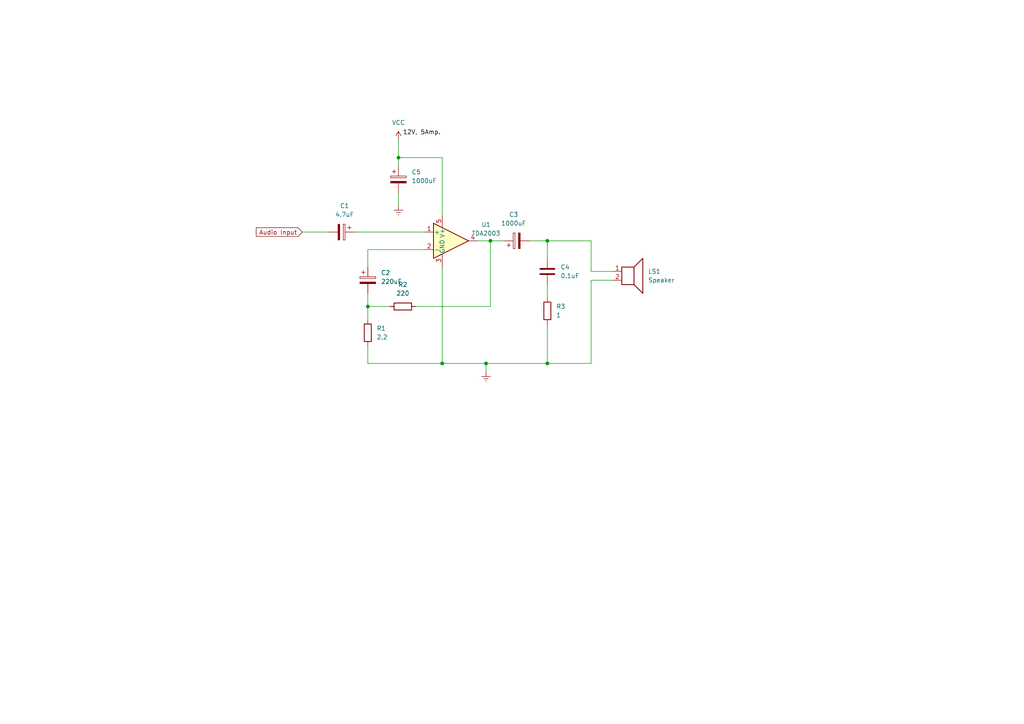
<source format=kicad_sch>
(kicad_sch (version 20211123) (generator eeschema)

  (uuid a1545928-1195-40b9-b3c4-78f837012afb)

  (paper "A4")

  (lib_symbols
    (symbol "Amplifier_Audio:TDA2003" (pin_names (offset 0.127)) (in_bom yes) (on_board yes)
      (property "Reference" "U" (id 0) (at 3.81 6.35 0)
        (effects (font (size 1.27 1.27)))
      )
      (property "Value" "TDA2003" (id 1) (at 3.81 3.81 0)
        (effects (font (size 1.27 1.27)))
      )
      (property "Footprint" "Package_TO_SOT_THT:TO-220-5_P3.4x3.7mm_StaggerOdd_Lead3.8mm_Vertical" (id 2) (at 0 0 0)
        (effects (font (size 1.27 1.27) italic) hide)
      )
      (property "Datasheet" "http://www.st.com/resource/en/datasheet/cd00000123.pdf" (id 3) (at 0 0 0)
        (effects (font (size 1.27 1.27)) hide)
      )
      (property "ki_keywords" "audio amplifier" (id 4) (at 0 0 0)
        (effects (font (size 1.27 1.27)) hide)
      )
      (property "ki_description" "10W Car Radio Audio Amplifier, TO-220-5" (id 5) (at 0 0 0)
        (effects (font (size 1.27 1.27)) hide)
      )
      (property "ki_fp_filters" "TO*220*StaggerOdd*" (id 6) (at 0 0 0)
        (effects (font (size 1.27 1.27)) hide)
      )
      (symbol "TDA2003_0_1"
        (polyline
          (pts
            (xy -5.08 5.08)
            (xy 5.08 0)
            (xy -5.08 -5.08)
            (xy -5.08 5.08)
          )
          (stroke (width 0.254) (type default) (color 0 0 0 0))
          (fill (type background))
        )
      )
      (symbol "TDA2003_1_1"
        (pin input line (at -7.62 2.54 0) (length 2.54)
          (name "+" (effects (font (size 1.27 1.27))))
          (number "1" (effects (font (size 1.27 1.27))))
        )
        (pin input line (at -7.62 -2.54 0) (length 2.54)
          (name "-" (effects (font (size 1.27 1.27))))
          (number "2" (effects (font (size 1.27 1.27))))
        )
        (pin power_in line (at -2.54 -7.62 90) (length 3.81)
          (name "GND" (effects (font (size 1.27 1.27))))
          (number "3" (effects (font (size 1.27 1.27))))
        )
        (pin output line (at 7.62 0 180) (length 2.54)
          (name "~" (effects (font (size 1.27 1.27))))
          (number "4" (effects (font (size 1.27 1.27))))
        )
        (pin power_in line (at -2.54 7.62 270) (length 3.81)
          (name "V+" (effects (font (size 1.27 1.27))))
          (number "5" (effects (font (size 1.27 1.27))))
        )
      )
    )
    (symbol "Device:C" (pin_numbers hide) (pin_names (offset 0.254)) (in_bom yes) (on_board yes)
      (property "Reference" "C" (id 0) (at 0.635 2.54 0)
        (effects (font (size 1.27 1.27)) (justify left))
      )
      (property "Value" "C" (id 1) (at 0.635 -2.54 0)
        (effects (font (size 1.27 1.27)) (justify left))
      )
      (property "Footprint" "" (id 2) (at 0.9652 -3.81 0)
        (effects (font (size 1.27 1.27)) hide)
      )
      (property "Datasheet" "~" (id 3) (at 0 0 0)
        (effects (font (size 1.27 1.27)) hide)
      )
      (property "ki_keywords" "cap capacitor" (id 4) (at 0 0 0)
        (effects (font (size 1.27 1.27)) hide)
      )
      (property "ki_description" "Unpolarized capacitor" (id 5) (at 0 0 0)
        (effects (font (size 1.27 1.27)) hide)
      )
      (property "ki_fp_filters" "C_*" (id 6) (at 0 0 0)
        (effects (font (size 1.27 1.27)) hide)
      )
      (symbol "C_0_1"
        (polyline
          (pts
            (xy -2.032 -0.762)
            (xy 2.032 -0.762)
          )
          (stroke (width 0.508) (type default) (color 0 0 0 0))
          (fill (type none))
        )
        (polyline
          (pts
            (xy -2.032 0.762)
            (xy 2.032 0.762)
          )
          (stroke (width 0.508) (type default) (color 0 0 0 0))
          (fill (type none))
        )
      )
      (symbol "C_1_1"
        (pin passive line (at 0 3.81 270) (length 2.794)
          (name "~" (effects (font (size 1.27 1.27))))
          (number "1" (effects (font (size 1.27 1.27))))
        )
        (pin passive line (at 0 -3.81 90) (length 2.794)
          (name "~" (effects (font (size 1.27 1.27))))
          (number "2" (effects (font (size 1.27 1.27))))
        )
      )
    )
    (symbol "Device:C_Polarized" (pin_numbers hide) (pin_names (offset 0.254)) (in_bom yes) (on_board yes)
      (property "Reference" "C" (id 0) (at 0.635 2.54 0)
        (effects (font (size 1.27 1.27)) (justify left))
      )
      (property "Value" "C_Polarized" (id 1) (at 0.635 -2.54 0)
        (effects (font (size 1.27 1.27)) (justify left))
      )
      (property "Footprint" "" (id 2) (at 0.9652 -3.81 0)
        (effects (font (size 1.27 1.27)) hide)
      )
      (property "Datasheet" "~" (id 3) (at 0 0 0)
        (effects (font (size 1.27 1.27)) hide)
      )
      (property "ki_keywords" "cap capacitor" (id 4) (at 0 0 0)
        (effects (font (size 1.27 1.27)) hide)
      )
      (property "ki_description" "Polarized capacitor" (id 5) (at 0 0 0)
        (effects (font (size 1.27 1.27)) hide)
      )
      (property "ki_fp_filters" "CP_*" (id 6) (at 0 0 0)
        (effects (font (size 1.27 1.27)) hide)
      )
      (symbol "C_Polarized_0_1"
        (rectangle (start -2.286 0.508) (end 2.286 1.016)
          (stroke (width 0) (type default) (color 0 0 0 0))
          (fill (type none))
        )
        (polyline
          (pts
            (xy -1.778 2.286)
            (xy -0.762 2.286)
          )
          (stroke (width 0) (type default) (color 0 0 0 0))
          (fill (type none))
        )
        (polyline
          (pts
            (xy -1.27 2.794)
            (xy -1.27 1.778)
          )
          (stroke (width 0) (type default) (color 0 0 0 0))
          (fill (type none))
        )
        (rectangle (start 2.286 -0.508) (end -2.286 -1.016)
          (stroke (width 0) (type default) (color 0 0 0 0))
          (fill (type outline))
        )
      )
      (symbol "C_Polarized_1_1"
        (pin passive line (at 0 3.81 270) (length 2.794)
          (name "~" (effects (font (size 1.27 1.27))))
          (number "1" (effects (font (size 1.27 1.27))))
        )
        (pin passive line (at 0 -3.81 90) (length 2.794)
          (name "~" (effects (font (size 1.27 1.27))))
          (number "2" (effects (font (size 1.27 1.27))))
        )
      )
    )
    (symbol "Device:R" (pin_numbers hide) (pin_names (offset 0)) (in_bom yes) (on_board yes)
      (property "Reference" "R" (id 0) (at 2.032 0 90)
        (effects (font (size 1.27 1.27)))
      )
      (property "Value" "R" (id 1) (at 0 0 90)
        (effects (font (size 1.27 1.27)))
      )
      (property "Footprint" "" (id 2) (at -1.778 0 90)
        (effects (font (size 1.27 1.27)) hide)
      )
      (property "Datasheet" "~" (id 3) (at 0 0 0)
        (effects (font (size 1.27 1.27)) hide)
      )
      (property "ki_keywords" "R res resistor" (id 4) (at 0 0 0)
        (effects (font (size 1.27 1.27)) hide)
      )
      (property "ki_description" "Resistor" (id 5) (at 0 0 0)
        (effects (font (size 1.27 1.27)) hide)
      )
      (property "ki_fp_filters" "R_*" (id 6) (at 0 0 0)
        (effects (font (size 1.27 1.27)) hide)
      )
      (symbol "R_0_1"
        (rectangle (start -1.016 -2.54) (end 1.016 2.54)
          (stroke (width 0.254) (type default) (color 0 0 0 0))
          (fill (type none))
        )
      )
      (symbol "R_1_1"
        (pin passive line (at 0 3.81 270) (length 1.27)
          (name "~" (effects (font (size 1.27 1.27))))
          (number "1" (effects (font (size 1.27 1.27))))
        )
        (pin passive line (at 0 -3.81 90) (length 1.27)
          (name "~" (effects (font (size 1.27 1.27))))
          (number "2" (effects (font (size 1.27 1.27))))
        )
      )
    )
    (symbol "Device:Speaker" (pin_names (offset 0) hide) (in_bom yes) (on_board yes)
      (property "Reference" "LS" (id 0) (at 1.27 5.715 0)
        (effects (font (size 1.27 1.27)) (justify right))
      )
      (property "Value" "Speaker" (id 1) (at 1.27 3.81 0)
        (effects (font (size 1.27 1.27)) (justify right))
      )
      (property "Footprint" "" (id 2) (at 0 -5.08 0)
        (effects (font (size 1.27 1.27)) hide)
      )
      (property "Datasheet" "~" (id 3) (at -0.254 -1.27 0)
        (effects (font (size 1.27 1.27)) hide)
      )
      (property "ki_keywords" "speaker sound" (id 4) (at 0 0 0)
        (effects (font (size 1.27 1.27)) hide)
      )
      (property "ki_description" "Speaker" (id 5) (at 0 0 0)
        (effects (font (size 1.27 1.27)) hide)
      )
      (symbol "Speaker_0_0"
        (rectangle (start -2.54 1.27) (end 1.016 -3.81)
          (stroke (width 0.254) (type default) (color 0 0 0 0))
          (fill (type none))
        )
        (polyline
          (pts
            (xy 1.016 1.27)
            (xy 3.556 3.81)
            (xy 3.556 -6.35)
            (xy 1.016 -3.81)
          )
          (stroke (width 0.254) (type default) (color 0 0 0 0))
          (fill (type none))
        )
      )
      (symbol "Speaker_1_1"
        (pin input line (at -5.08 0 0) (length 2.54)
          (name "1" (effects (font (size 1.27 1.27))))
          (number "1" (effects (font (size 1.27 1.27))))
        )
        (pin input line (at -5.08 -2.54 0) (length 2.54)
          (name "2" (effects (font (size 1.27 1.27))))
          (number "2" (effects (font (size 1.27 1.27))))
        )
      )
    )
    (symbol "power:Earth" (power) (pin_names (offset 0)) (in_bom yes) (on_board yes)
      (property "Reference" "#PWR" (id 0) (at 0 -6.35 0)
        (effects (font (size 1.27 1.27)) hide)
      )
      (property "Value" "Earth" (id 1) (at 0 -3.81 0)
        (effects (font (size 1.27 1.27)) hide)
      )
      (property "Footprint" "" (id 2) (at 0 0 0)
        (effects (font (size 1.27 1.27)) hide)
      )
      (property "Datasheet" "~" (id 3) (at 0 0 0)
        (effects (font (size 1.27 1.27)) hide)
      )
      (property "ki_keywords" "power-flag ground gnd" (id 4) (at 0 0 0)
        (effects (font (size 1.27 1.27)) hide)
      )
      (property "ki_description" "Power symbol creates a global label with name \"Earth\"" (id 5) (at 0 0 0)
        (effects (font (size 1.27 1.27)) hide)
      )
      (symbol "Earth_0_1"
        (polyline
          (pts
            (xy -0.635 -1.905)
            (xy 0.635 -1.905)
          )
          (stroke (width 0) (type default) (color 0 0 0 0))
          (fill (type none))
        )
        (polyline
          (pts
            (xy -0.127 -2.54)
            (xy 0.127 -2.54)
          )
          (stroke (width 0) (type default) (color 0 0 0 0))
          (fill (type none))
        )
        (polyline
          (pts
            (xy 0 -1.27)
            (xy 0 0)
          )
          (stroke (width 0) (type default) (color 0 0 0 0))
          (fill (type none))
        )
        (polyline
          (pts
            (xy 1.27 -1.27)
            (xy -1.27 -1.27)
          )
          (stroke (width 0) (type default) (color 0 0 0 0))
          (fill (type none))
        )
      )
      (symbol "Earth_1_1"
        (pin power_in line (at 0 0 270) (length 0) hide
          (name "Earth" (effects (font (size 1.27 1.27))))
          (number "1" (effects (font (size 1.27 1.27))))
        )
      )
    )
    (symbol "power:VCC" (power) (pin_names (offset 0)) (in_bom yes) (on_board yes)
      (property "Reference" "#PWR" (id 0) (at 0 -3.81 0)
        (effects (font (size 1.27 1.27)) hide)
      )
      (property "Value" "VCC" (id 1) (at 0 3.81 0)
        (effects (font (size 1.27 1.27)))
      )
      (property "Footprint" "" (id 2) (at 0 0 0)
        (effects (font (size 1.27 1.27)) hide)
      )
      (property "Datasheet" "" (id 3) (at 0 0 0)
        (effects (font (size 1.27 1.27)) hide)
      )
      (property "ki_keywords" "power-flag" (id 4) (at 0 0 0)
        (effects (font (size 1.27 1.27)) hide)
      )
      (property "ki_description" "Power symbol creates a global label with name \"VCC\"" (id 5) (at 0 0 0)
        (effects (font (size 1.27 1.27)) hide)
      )
      (symbol "VCC_0_1"
        (polyline
          (pts
            (xy -0.762 1.27)
            (xy 0 2.54)
          )
          (stroke (width 0) (type default) (color 0 0 0 0))
          (fill (type none))
        )
        (polyline
          (pts
            (xy 0 0)
            (xy 0 2.54)
          )
          (stroke (width 0) (type default) (color 0 0 0 0))
          (fill (type none))
        )
        (polyline
          (pts
            (xy 0 2.54)
            (xy 0.762 1.27)
          )
          (stroke (width 0) (type default) (color 0 0 0 0))
          (fill (type none))
        )
      )
      (symbol "VCC_1_1"
        (pin power_in line (at 0 0 90) (length 0) hide
          (name "VCC" (effects (font (size 1.27 1.27))))
          (number "1" (effects (font (size 1.27 1.27))))
        )
      )
    )
  )


  (junction (at 158.75 105.41) (diameter 0) (color 0 0 0 0)
    (uuid 01ccc412-83ac-4f51-aa4c-3b661b9cc31f)
  )
  (junction (at 142.24 69.85) (diameter 0) (color 0 0 0 0)
    (uuid 0b8b8c51-21dd-4853-8c68-de1960de507d)
  )
  (junction (at 115.57 45.72) (diameter 0) (color 0 0 0 0)
    (uuid 43fe242d-ebfa-4353-847a-85fb2cd428f2)
  )
  (junction (at 128.27 105.41) (diameter 0) (color 0 0 0 0)
    (uuid 52e51a16-2640-45bc-b7c6-0e5759b26af8)
  )
  (junction (at 158.75 69.85) (diameter 0) (color 0 0 0 0)
    (uuid 748f539d-1843-4218-b8de-24f3f1e69a24)
  )
  (junction (at 140.97 105.41) (diameter 0) (color 0 0 0 0)
    (uuid 8230a36d-3b86-4823-b744-ab6eac9265d5)
  )
  (junction (at 106.68 88.9) (diameter 0) (color 0 0 0 0)
    (uuid b1e399ac-6c8f-434a-ae6c-3765997a7271)
  )

  (wire (pts (xy 158.75 82.55) (xy 158.75 86.36))
    (stroke (width 0) (type default) (color 0 0 0 0))
    (uuid 0d01b70c-fde9-4a82-857f-6d5e6060f36e)
  )
  (wire (pts (xy 140.97 105.41) (xy 140.97 107.95))
    (stroke (width 0) (type default) (color 0 0 0 0))
    (uuid 0d6795bb-cf37-48e4-95dd-5c943c25b312)
  )
  (wire (pts (xy 115.57 45.72) (xy 115.57 48.26))
    (stroke (width 0) (type default) (color 0 0 0 0))
    (uuid 131c8911-8fe2-4ac5-9421-2ae7f17c0425)
  )
  (wire (pts (xy 171.45 81.28) (xy 177.8 81.28))
    (stroke (width 0) (type default) (color 0 0 0 0))
    (uuid 1628c527-fdf5-4c75-b894-c59567109402)
  )
  (wire (pts (xy 115.57 40.64) (xy 115.57 45.72))
    (stroke (width 0) (type default) (color 0 0 0 0))
    (uuid 1964eda2-5e2b-475f-848b-d1a5cc320582)
  )
  (wire (pts (xy 158.75 69.85) (xy 158.75 74.93))
    (stroke (width 0) (type default) (color 0 0 0 0))
    (uuid 1b5166d6-df68-4ae5-bc73-023aa76f3e38)
  )
  (wire (pts (xy 106.68 88.9) (xy 113.03 88.9))
    (stroke (width 0) (type default) (color 0 0 0 0))
    (uuid 2790ede1-9f26-4949-a285-1fc17359acdc)
  )
  (wire (pts (xy 158.75 105.41) (xy 158.75 93.98))
    (stroke (width 0) (type default) (color 0 0 0 0))
    (uuid 27ba8fec-3fb1-4520-94c3-98ff251a7dee)
  )
  (wire (pts (xy 106.68 77.47) (xy 106.68 72.39))
    (stroke (width 0) (type default) (color 0 0 0 0))
    (uuid 42c9da00-5c3a-48e1-a5d1-d0077386814a)
  )
  (wire (pts (xy 102.87 67.31) (xy 123.19 67.31))
    (stroke (width 0) (type default) (color 0 0 0 0))
    (uuid 4ac15387-ff50-4006-aa82-d0bd4b5254b7)
  )
  (wire (pts (xy 128.27 77.47) (xy 128.27 105.41))
    (stroke (width 0) (type default) (color 0 0 0 0))
    (uuid 4e466a6b-be0c-437e-8d16-dc79b6b21d0c)
  )
  (wire (pts (xy 142.24 69.85) (xy 146.05 69.85))
    (stroke (width 0) (type default) (color 0 0 0 0))
    (uuid 58468a70-ca49-4d67-ad70-7626190aa88e)
  )
  (wire (pts (xy 171.45 78.74) (xy 177.8 78.74))
    (stroke (width 0) (type default) (color 0 0 0 0))
    (uuid 5e096ce0-8d74-4bbe-9252-1557fc3611a3)
  )
  (wire (pts (xy 128.27 45.72) (xy 128.27 62.23))
    (stroke (width 0) (type default) (color 0 0 0 0))
    (uuid 5e943cb8-ba57-4d23-b6c6-3bc096bf10a1)
  )
  (wire (pts (xy 142.24 88.9) (xy 142.24 69.85))
    (stroke (width 0) (type default) (color 0 0 0 0))
    (uuid 6c4eb9a4-7961-4d75-8225-4b62ca88ba3a)
  )
  (wire (pts (xy 106.68 85.09) (xy 106.68 88.9))
    (stroke (width 0) (type default) (color 0 0 0 0))
    (uuid 7946c915-a3d6-42c9-9227-0a87405a0f5a)
  )
  (wire (pts (xy 106.68 72.39) (xy 123.19 72.39))
    (stroke (width 0) (type default) (color 0 0 0 0))
    (uuid 81837c65-d719-4293-b793-1fc24d4c8c34)
  )
  (wire (pts (xy 138.43 69.85) (xy 142.24 69.85))
    (stroke (width 0) (type default) (color 0 0 0 0))
    (uuid 85999929-a620-46a4-9f13-3e8df80f24b7)
  )
  (wire (pts (xy 87.63 67.31) (xy 95.25 67.31))
    (stroke (width 0) (type default) (color 0 0 0 0))
    (uuid a567dc00-8b2a-4c79-87e3-9ce3dc2e620f)
  )
  (wire (pts (xy 171.45 81.28) (xy 171.45 105.41))
    (stroke (width 0) (type default) (color 0 0 0 0))
    (uuid ac583067-de37-4edc-b2d9-e8246e4bfe52)
  )
  (wire (pts (xy 158.75 69.85) (xy 171.45 69.85))
    (stroke (width 0) (type default) (color 0 0 0 0))
    (uuid b22d84f5-f588-4dda-beaa-44c80c6b58de)
  )
  (wire (pts (xy 171.45 69.85) (xy 171.45 78.74))
    (stroke (width 0) (type default) (color 0 0 0 0))
    (uuid c1dc9634-5422-4322-8b53-e8b657d687b3)
  )
  (wire (pts (xy 120.65 88.9) (xy 142.24 88.9))
    (stroke (width 0) (type default) (color 0 0 0 0))
    (uuid cbad6891-17b4-40ba-bc82-7945298dfd8c)
  )
  (wire (pts (xy 106.68 105.41) (xy 128.27 105.41))
    (stroke (width 0) (type default) (color 0 0 0 0))
    (uuid ce4c94c0-7f82-426b-888b-fb71fb20a4ab)
  )
  (wire (pts (xy 140.97 105.41) (xy 158.75 105.41))
    (stroke (width 0) (type default) (color 0 0 0 0))
    (uuid d09185d9-e420-422f-959a-653e51ca18d5)
  )
  (wire (pts (xy 158.75 105.41) (xy 171.45 105.41))
    (stroke (width 0) (type default) (color 0 0 0 0))
    (uuid d2df2a56-cd3b-43c4-b04c-9c985f91cb06)
  )
  (wire (pts (xy 106.68 88.9) (xy 106.68 92.71))
    (stroke (width 0) (type default) (color 0 0 0 0))
    (uuid daed10ee-582d-4c1d-81c9-a48b7d267fb2)
  )
  (wire (pts (xy 153.67 69.85) (xy 158.75 69.85))
    (stroke (width 0) (type default) (color 0 0 0 0))
    (uuid df2d8fd0-457f-4c36-b64f-0a76fa2a98db)
  )
  (wire (pts (xy 106.68 100.33) (xy 106.68 105.41))
    (stroke (width 0) (type default) (color 0 0 0 0))
    (uuid ea8f9b09-dfc8-453c-b600-f757ed3960c6)
  )
  (wire (pts (xy 115.57 55.88) (xy 115.57 59.69))
    (stroke (width 0) (type default) (color 0 0 0 0))
    (uuid f20cd2c7-b779-4121-bfec-03dbf980df78)
  )
  (wire (pts (xy 128.27 105.41) (xy 140.97 105.41))
    (stroke (width 0) (type default) (color 0 0 0 0))
    (uuid f5681b30-88ab-431b-81b2-e7e7df984fa1)
  )
  (wire (pts (xy 115.57 45.72) (xy 128.27 45.72))
    (stroke (width 0) (type default) (color 0 0 0 0))
    (uuid f73f81b1-4dd4-4f4f-ada1-428ca369647b)
  )

  (label "12V, 5Amp." (at 116.84 39.37 0)
    (effects (font (size 1.27 1.27)) (justify left bottom))
    (uuid 8851e0f6-60ea-42a2-8572-0f8b03e578e6)
  )

  (global_label "Audio Input" (shape input) (at 87.63 67.31 180) (fields_autoplaced)
    (effects (font (size 1.27 1.27)) (justify right))
    (uuid 073f8cc8-574e-4fcf-9aa9-d5882a18c539)
    (property "Intersheet References" "${INTERSHEET_REFS}" (id 0) (at 74.3312 67.2306 0)
      (effects (font (size 1.27 1.27)) (justify right) hide)
    )
  )

  (symbol (lib_id "Device:C_Polarized") (at 106.68 81.28 0) (unit 1)
    (in_bom yes) (on_board yes) (fields_autoplaced)
    (uuid 0f18c88d-d624-49f8-a15f-cf86e2781449)
    (property "Reference" "C2" (id 0) (at 110.49 79.1209 0)
      (effects (font (size 1.27 1.27)) (justify left))
    )
    (property "Value" "220uF" (id 1) (at 110.49 81.6609 0)
      (effects (font (size 1.27 1.27)) (justify left))
    )
    (property "Footprint" "" (id 2) (at 107.6452 85.09 0)
      (effects (font (size 1.27 1.27)) hide)
    )
    (property "Datasheet" "~" (id 3) (at 106.68 81.28 0)
      (effects (font (size 1.27 1.27)) hide)
    )
    (pin "1" (uuid 4bb7b591-18ce-46dc-9e22-5fdc38622021))
    (pin "2" (uuid e6475e3a-d516-4c45-94e4-d988fae01ab5))
  )

  (symbol (lib_id "power:Earth") (at 140.97 107.95 0) (unit 1)
    (in_bom yes) (on_board yes) (fields_autoplaced)
    (uuid 1f9e8796-03f3-415e-b7de-3e050e7c8a8d)
    (property "Reference" "#PWR0103" (id 0) (at 140.97 114.3 0)
      (effects (font (size 1.27 1.27)) hide)
    )
    (property "Value" "Earth" (id 1) (at 140.97 111.76 0)
      (effects (font (size 1.27 1.27)) hide)
    )
    (property "Footprint" "" (id 2) (at 140.97 107.95 0)
      (effects (font (size 1.27 1.27)) hide)
    )
    (property "Datasheet" "~" (id 3) (at 140.97 107.95 0)
      (effects (font (size 1.27 1.27)) hide)
    )
    (pin "1" (uuid 9e9f0497-7cc0-43d6-ba5b-ec566a3a5585))
  )

  (symbol (lib_id "Device:R") (at 106.68 96.52 0) (unit 1)
    (in_bom yes) (on_board yes) (fields_autoplaced)
    (uuid 21a31e43-5773-4141-a432-1481697af77f)
    (property "Reference" "R1" (id 0) (at 109.22 95.2499 0)
      (effects (font (size 1.27 1.27)) (justify left))
    )
    (property "Value" "2.2" (id 1) (at 109.22 97.7899 0)
      (effects (font (size 1.27 1.27)) (justify left))
    )
    (property "Footprint" "" (id 2) (at 104.902 96.52 90)
      (effects (font (size 1.27 1.27)) hide)
    )
    (property "Datasheet" "~" (id 3) (at 106.68 96.52 0)
      (effects (font (size 1.27 1.27)) hide)
    )
    (pin "1" (uuid 0bac5c09-7c49-4c48-8c69-2a456e66d2ca))
    (pin "2" (uuid c3cbc4ce-5d6b-494a-937b-c154cbeef8b7))
  )

  (symbol (lib_id "Device:C_Polarized") (at 149.86 69.85 90) (unit 1)
    (in_bom yes) (on_board yes) (fields_autoplaced)
    (uuid 2538557f-f0e8-40da-8920-56df2c91e49c)
    (property "Reference" "C3" (id 0) (at 148.971 62.23 90))
    (property "Value" "1000uF" (id 1) (at 148.971 64.77 90))
    (property "Footprint" "" (id 2) (at 153.67 68.8848 0)
      (effects (font (size 1.27 1.27)) hide)
    )
    (property "Datasheet" "~" (id 3) (at 149.86 69.85 0)
      (effects (font (size 1.27 1.27)) hide)
    )
    (pin "1" (uuid 481013dc-bc25-405b-bacc-288aa14b2440))
    (pin "2" (uuid 0644b55a-1cd5-4c60-a275-f61518e9372f))
  )

  (symbol (lib_id "Device:R") (at 116.84 88.9 90) (unit 1)
    (in_bom yes) (on_board yes) (fields_autoplaced)
    (uuid 27804baf-600b-4661-bcea-eec16bcb443e)
    (property "Reference" "R2" (id 0) (at 116.84 82.55 90))
    (property "Value" "220" (id 1) (at 116.84 85.09 90))
    (property "Footprint" "" (id 2) (at 116.84 90.678 90)
      (effects (font (size 1.27 1.27)) hide)
    )
    (property "Datasheet" "~" (id 3) (at 116.84 88.9 0)
      (effects (font (size 1.27 1.27)) hide)
    )
    (pin "1" (uuid 4a934fb6-4b58-45b7-9b38-5c9df2e68399))
    (pin "2" (uuid 81f12b14-d9f8-4a58-a7e0-5c072190d17f))
  )

  (symbol (lib_id "Device:Speaker") (at 182.88 78.74 0) (unit 1)
    (in_bom yes) (on_board yes) (fields_autoplaced)
    (uuid 2a0ad94c-ea41-4c4e-a039-c8c55939f80f)
    (property "Reference" "LS1" (id 0) (at 187.96 78.7399 0)
      (effects (font (size 1.27 1.27)) (justify left))
    )
    (property "Value" "Speaker" (id 1) (at 187.96 81.2799 0)
      (effects (font (size 1.27 1.27)) (justify left))
    )
    (property "Footprint" "" (id 2) (at 182.88 83.82 0)
      (effects (font (size 1.27 1.27)) hide)
    )
    (property "Datasheet" "~" (id 3) (at 182.626 80.01 0)
      (effects (font (size 1.27 1.27)) hide)
    )
    (pin "1" (uuid cc8065a2-6f18-4933-ac1b-69d166dc3a05))
    (pin "2" (uuid 11fb86f8-6db7-4910-8bab-08fd1eaab99c))
  )

  (symbol (lib_id "Device:C_Polarized") (at 115.57 52.07 0) (unit 1)
    (in_bom yes) (on_board yes) (fields_autoplaced)
    (uuid 33316660-7521-44fd-adc4-f35c2302c5c9)
    (property "Reference" "C5" (id 0) (at 119.38 49.9109 0)
      (effects (font (size 1.27 1.27)) (justify left))
    )
    (property "Value" "1000uF" (id 1) (at 119.38 52.4509 0)
      (effects (font (size 1.27 1.27)) (justify left))
    )
    (property "Footprint" "" (id 2) (at 116.5352 55.88 0)
      (effects (font (size 1.27 1.27)) hide)
    )
    (property "Datasheet" "~" (id 3) (at 115.57 52.07 0)
      (effects (font (size 1.27 1.27)) hide)
    )
    (pin "1" (uuid 30d02a7b-4068-41c4-9af0-f40acb1571ce))
    (pin "2" (uuid d974b572-ec4a-4033-ab1b-4c4071aec64d))
  )

  (symbol (lib_id "Device:R") (at 158.75 90.17 0) (unit 1)
    (in_bom yes) (on_board yes) (fields_autoplaced)
    (uuid 556d600c-4e30-4d5e-90b2-5cbe412c1703)
    (property "Reference" "R3" (id 0) (at 161.29 88.8999 0)
      (effects (font (size 1.27 1.27)) (justify left))
    )
    (property "Value" "1" (id 1) (at 161.29 91.4399 0)
      (effects (font (size 1.27 1.27)) (justify left))
    )
    (property "Footprint" "" (id 2) (at 156.972 90.17 90)
      (effects (font (size 1.27 1.27)) hide)
    )
    (property "Datasheet" "~" (id 3) (at 158.75 90.17 0)
      (effects (font (size 1.27 1.27)) hide)
    )
    (pin "1" (uuid 8d4a0cb0-18c1-4bff-9cf3-d303ad13c8ec))
    (pin "2" (uuid 2a7465ad-b452-4060-a1ba-8ecf44a2c27c))
  )

  (symbol (lib_id "power:VCC") (at 115.57 40.64 0) (unit 1)
    (in_bom yes) (on_board yes) (fields_autoplaced)
    (uuid 73af1dd6-da80-4911-b66d-f106c0c35939)
    (property "Reference" "#PWR0102" (id 0) (at 115.57 44.45 0)
      (effects (font (size 1.27 1.27)) hide)
    )
    (property "Value" "VCC" (id 1) (at 115.57 35.56 0))
    (property "Footprint" "" (id 2) (at 115.57 40.64 0)
      (effects (font (size 1.27 1.27)) hide)
    )
    (property "Datasheet" "" (id 3) (at 115.57 40.64 0)
      (effects (font (size 1.27 1.27)) hide)
    )
    (pin "1" (uuid 614941c2-9997-4459-a46a-65b1f47ad8c1))
  )

  (symbol (lib_id "Device:C_Polarized") (at 99.06 67.31 270) (unit 1)
    (in_bom yes) (on_board yes) (fields_autoplaced)
    (uuid 8b116a9c-78ae-4ba8-88e3-dea69f7f7679)
    (property "Reference" "C1" (id 0) (at 99.949 59.69 90))
    (property "Value" "4.7uF" (id 1) (at 99.949 62.23 90))
    (property "Footprint" "" (id 2) (at 95.25 68.2752 0)
      (effects (font (size 1.27 1.27)) hide)
    )
    (property "Datasheet" "~" (id 3) (at 99.06 67.31 0)
      (effects (font (size 1.27 1.27)) hide)
    )
    (pin "1" (uuid fcf828a8-6a68-4af1-86ca-2c764febac49))
    (pin "2" (uuid b7c3d180-6866-4276-b12d-163abd8f383f))
  )

  (symbol (lib_id "power:Earth") (at 115.57 59.69 0) (unit 1)
    (in_bom yes) (on_board yes) (fields_autoplaced)
    (uuid ef0d123b-548f-4cad-8b9b-4b0188638208)
    (property "Reference" "#PWR0101" (id 0) (at 115.57 66.04 0)
      (effects (font (size 1.27 1.27)) hide)
    )
    (property "Value" "Earth" (id 1) (at 115.57 63.5 0)
      (effects (font (size 1.27 1.27)) hide)
    )
    (property "Footprint" "" (id 2) (at 115.57 59.69 0)
      (effects (font (size 1.27 1.27)) hide)
    )
    (property "Datasheet" "~" (id 3) (at 115.57 59.69 0)
      (effects (font (size 1.27 1.27)) hide)
    )
    (pin "1" (uuid b7c24644-774e-4484-9b8c-74d88966d718))
  )

  (symbol (lib_id "Amplifier_Audio:TDA2003") (at 130.81 69.85 0) (unit 1)
    (in_bom yes) (on_board yes) (fields_autoplaced)
    (uuid f13f820d-4755-457a-8991-c3f574f18812)
    (property "Reference" "U1" (id 0) (at 140.97 65.151 0))
    (property "Value" "" (id 1) (at 140.97 67.691 0))
    (property "Footprint" "" (id 2) (at 130.81 69.85 0)
      (effects (font (size 1.27 1.27) italic) hide)
    )
    (property "Datasheet" "http://www.st.com/resource/en/datasheet/cd00000123.pdf" (id 3) (at 130.81 69.85 0)
      (effects (font (size 1.27 1.27)) hide)
    )
    (pin "1" (uuid 264dd9e4-b78e-4ffa-a984-843578879636))
    (pin "2" (uuid 24cd1f42-b647-4e9b-b653-0e0199312c5a))
    (pin "3" (uuid 44e82717-bcc3-4b7c-b3a9-8798c22c88d0))
    (pin "4" (uuid 5cc29f4c-048d-4236-94d4-82c6ee8e1268))
    (pin "5" (uuid 82aa73a4-1fa4-443c-94c3-f62da9681c31))
  )

  (symbol (lib_id "Device:C") (at 158.75 78.74 0) (unit 1)
    (in_bom yes) (on_board yes) (fields_autoplaced)
    (uuid f321e051-b899-48c9-9ea5-4be1306c8bfd)
    (property "Reference" "C4" (id 0) (at 162.56 77.4699 0)
      (effects (font (size 1.27 1.27)) (justify left))
    )
    (property "Value" "0.1uF" (id 1) (at 162.56 80.0099 0)
      (effects (font (size 1.27 1.27)) (justify left))
    )
    (property "Footprint" "" (id 2) (at 159.7152 82.55 0)
      (effects (font (size 1.27 1.27)) hide)
    )
    (property "Datasheet" "~" (id 3) (at 158.75 78.74 0)
      (effects (font (size 1.27 1.27)) hide)
    )
    (pin "1" (uuid fa541693-ed65-4e12-a1f2-07893670f94d))
    (pin "2" (uuid 22bb98be-71d0-4714-b6e4-81dc59e6a56b))
  )

  (sheet_instances
    (path "/" (page "1"))
  )

  (symbol_instances
    (path "/ef0d123b-548f-4cad-8b9b-4b0188638208"
      (reference "#PWR0101") (unit 1) (value "Earth") (footprint "")
    )
    (path "/73af1dd6-da80-4911-b66d-f106c0c35939"
      (reference "#PWR0102") (unit 1) (value "VCC") (footprint "")
    )
    (path "/1f9e8796-03f3-415e-b7de-3e050e7c8a8d"
      (reference "#PWR0103") (unit 1) (value "Earth") (footprint "")
    )
    (path "/8b116a9c-78ae-4ba8-88e3-dea69f7f7679"
      (reference "C1") (unit 1) (value "4.7uF") (footprint "")
    )
    (path "/0f18c88d-d624-49f8-a15f-cf86e2781449"
      (reference "C2") (unit 1) (value "220uF") (footprint "")
    )
    (path "/2538557f-f0e8-40da-8920-56df2c91e49c"
      (reference "C3") (unit 1) (value "1000uF") (footprint "")
    )
    (path "/f321e051-b899-48c9-9ea5-4be1306c8bfd"
      (reference "C4") (unit 1) (value "0.1uF") (footprint "")
    )
    (path "/33316660-7521-44fd-adc4-f35c2302c5c9"
      (reference "C5") (unit 1) (value "1000uF") (footprint "")
    )
    (path "/2a0ad94c-ea41-4c4e-a039-c8c55939f80f"
      (reference "LS1") (unit 1) (value "Speaker") (footprint "")
    )
    (path "/21a31e43-5773-4141-a432-1481697af77f"
      (reference "R1") (unit 1) (value "2.2") (footprint "")
    )
    (path "/27804baf-600b-4661-bcea-eec16bcb443e"
      (reference "R2") (unit 1) (value "220") (footprint "")
    )
    (path "/556d600c-4e30-4d5e-90b2-5cbe412c1703"
      (reference "R3") (unit 1) (value "1") (footprint "")
    )
    (path "/f13f820d-4755-457a-8991-c3f574f18812"
      (reference "U1") (unit 1) (value "TDA2003") (footprint "Package_TO_SOT_THT:TO-220-5_P3.4x3.7mm_StaggerOdd_Lead3.8mm_Vertical")
    )
  )
)

</source>
